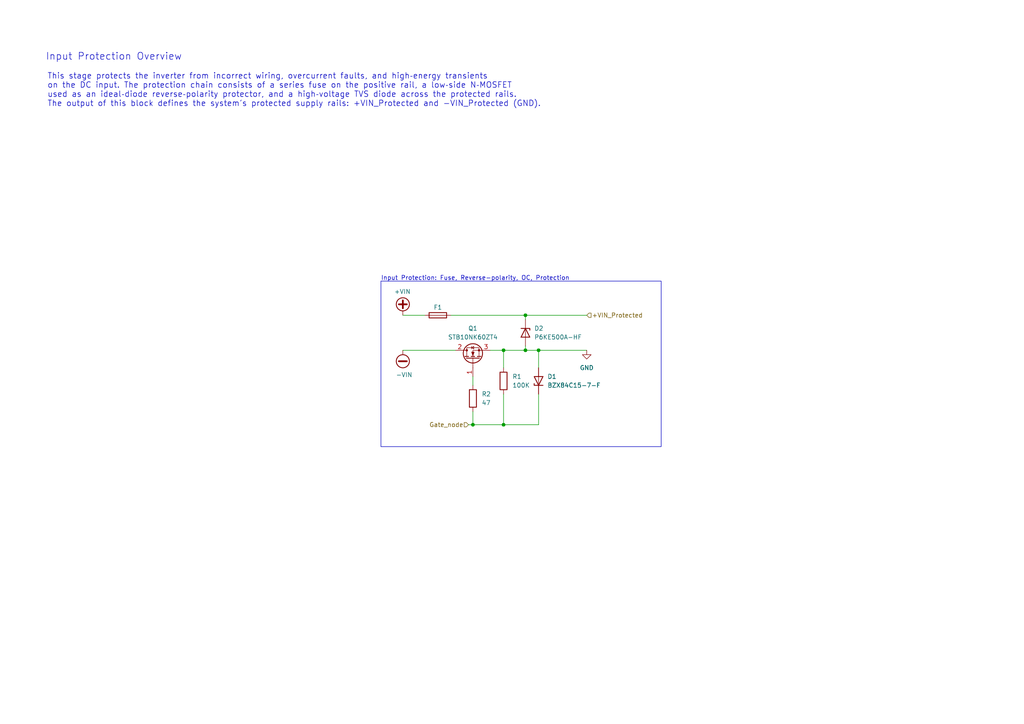
<source format=kicad_sch>
(kicad_sch (version 20250114) (generator "eeschema") (generator_version "9.0")
  (paper "A4")
  (lib_symbols
    (symbol "Device:R" (pin_numbers (hide yes)) (pin_names (offset 0))
      (property "Reference" "R" (at 2.032 0 90))
      (property "Value" "R" (at 0 0 90))
      (symbol "R_0_1"
        (rectangle (start -1.016 -2.54) (end 1.016 2.54) (stroke (width 0.254)))
      )
      (symbol "R_1_1"
        (pin passive line (at 0 3.81 270) (length 1.27) (name "~") (number "1"))
        (pin passive line (at 0 -3.81 90) (length 1.27) (name "~") (number "2"))
      )
    )
    (symbol "SiC_Inverter:0031.8322" (pin_numbers (hide yes)) (pin_names (offset 0))
      (property "Reference" "F" (at 2.032 0 90))
      (property "Value" "0031.8322" (at 5.08 -11.43 0))
      (symbol "0031.8322_0_1"
        (rectangle (start -0.762 -2.54) (end 0.762 2.54) (stroke (width 0.254)))
        (polyline (pts (xy 0 2.54) (xy 0 -2.54)))
      )
      (symbol "0031.8322_1_1"
        (pin passive line (at 0 3.81 270) (length 1.27) (name "~") (number "1"))
        (pin passive line (at 0 -3.81 90) (length 1.27) (name "~") (number "2"))
      )
    )
    (symbol "SiC_Inverter:BZX84C15-7-F" (pin_numbers (hide yes)) (pin_names (hide yes))
      (property "Reference" "D" (at 0 2.54 0))
      (property "Value" "BZX84C15-7-F" (at 0 -2.54 0))
      (symbol "BZX84C15-7-F_0_1"
        (polyline (pts (xy -1.27 -1.27) (xy -1.27 1.27) (xy -0.762 1.27)) (stroke (width 0.254)))
        (polyline (pts (xy 1.27 0) (xy -1.27 0)))
        (polyline (pts (xy 1.27 -1.27) (xy 1.27 1.27) (xy -1.27 0) (xy 1.27 -1.27)) (stroke (width 0.254)))
      )
      (symbol "BZX84C15-7-F_1_1"
        (pin passive line (at -3.81 0 0) (length 2.54) (name "K") (number "1"))
        (pin passive line (at 3.81 0 180) (length 2.54) (name "A") (number "2"))
      )
    )
    (symbol "SiC_Inverter:P6KE500A-HF" (pin_numbers (hide yes)) (pin_names (hide yes))
      (property "Reference" "D" (at 0 2.54 0))
      (property "Value" "P6KE500A-HF" (at 0 -2.54 0))
      (symbol "P6KE500A-HF_0_1"
        (polyline (pts (xy -1.27 -1.27) (xy -1.27 1.27) (xy -0.762 1.27)) (stroke (width 0.254)))
        (polyline (pts (xy 1.27 0) (xy -1.27 0)))
        (polyline (pts (xy 1.27 -1.27) (xy 1.27 1.27) (xy -1.27 0) (xy 1.27 -1.27)) (stroke (width 0.254)))
      )
      (symbol "P6KE500A-HF_1_1"
        (pin passive line (at -3.81 0 0) (length 2.54) (name "K") (number "1"))
        (pin passive line (at 3.81 0 180) (length 2.54) (name "A") (number "2"))
      )
    )
    (symbol "SiC_Inverter:STB10NK60ZT4" (pin_names (offset 0) (hide yes))
      (property "Reference" "Q" (at 5.08 1.905 0))
      (property "Value" "STB10NK60ZT4" (at 5.08 0 0))
      (symbol "STB10NK60ZT4_0_1"
        (polyline (pts (xy 0.254 1.905) (xy 0.254 -1.905)) (stroke (width 0.254)))
        (polyline (pts (xy 0.254 0) (xy -2.54 0)))
        (polyline (pts (xy 0.762 2.286) (xy 0.762 1.27)) (stroke (width 0.254)))
        (polyline (pts (xy 0.762 0.508) (xy 0.762 -0.508)) (stroke (width 0.254)))
        (polyline (pts (xy 0.762 -1.27) (xy 0.762 -2.286)) (stroke (width 0.254)))
        (polyline (pts (xy 0.762 -1.778) (xy 3.302 -1.778) (xy 3.302 1.778) (xy 0.762 1.778)))
        (polyline (pts (xy 1.016 0) (xy 2.032 0.381) (xy 2.032 -0.381) (xy 1.016 0)) (fill (type outline)))
        (circle (center 1.651 0) (radius 2.794) (stroke (width 0.254)))
        (polyline (pts (xy 2.54 2.54) (xy 2.54 1.778)))
        (circle (center 2.54 1.778) (radius 0.254) (fill (type outline)))
        (circle (center 2.54 -1.778) (radius 0.254) (fill (type outline)))
        (polyline (pts (xy 2.54 -2.54) (xy 2.54 0) (xy 0.762 0)))
        (polyline (pts (xy 2.921 0.381) (xy 3.683 0.381)))
        (polyline (pts (xy 3.302 0.381) (xy 2.921 -0.254) (xy 3.683 -0.254) (xy 3.302 0.381)))
      )
      (symbol "STB10NK60ZT4_1_1"
        (pin input line (at -5.08 0 0) (length 2.54) (name "G") (number "1"))
        (pin passive line (at 2.54 5.08 270) (length 2.54) (name "2") (number "2"))
        (pin passive line (at 2.54 -5.08 90) (length 2.54) (name "3") (number "3"))
      )
    )
    (symbol "power:+VDC" (power) (pin_numbers (hide yes)) (pin_names (offset 0) (hide yes))
      (property "Value" "+VDC" (at 0 6.35 0))
      (symbol "+VDC_0_1"
        (polyline (pts (xy -1.143 3.175) (xy 1.143 3.175)) (stroke (width 0.508)))
        (circle (center 0 3.175) (radius 1.905) (stroke (width 0.254)))
        (polyline (pts (xy 0 2.032) (xy 0 4.318)) (stroke (width 0.508)))
        (polyline (pts (xy 0 0) (xy 0 1.27)))
      )
      (symbol "+VDC_1_1"
        (pin power_in line (at 0 0 90) (length 0) (name "~") (number "1"))
      )
    )
    (symbol "power:-VDC" (power) (pin_numbers (hide yes)) (pin_names (offset 0) (hide yes))
      (property "Value" "-VDC" (at 0 6.35 0))
      (symbol "-VDC_0_1"
        (polyline (pts (xy -1.143 3.175) (xy 1.143 3.175)) (stroke (width 0.508)))
        (circle (center 0 3.175) (radius 1.905) (stroke (width 0.254)))
        (polyline (pts (xy 0 0) (xy 0 1.27)))
      )
      (symbol "-VDC_1_1"
        (pin power_in line (at 0 0 90) (length 0) (name "~") (number "1"))
      )
    )
    (symbol "power:GND" (power) (pin_numbers (hide yes)) (pin_names (offset 0) (hide yes))
      (property "Value" "GND" (at 0 -3.81 0))
      (symbol "GND_0_1"
        (polyline (pts (xy 0 0) (xy 0 -1.27) (xy 1.27 -1.27) (xy 0 -2.54) (xy -1.27 -1.27) (xy 0 -1.27)))
      )
      (symbol "GND_1_1"
        (pin power_in line (at 0 0 270) (length 0) (name "~") (number "1"))
      )
    )
  )
  (rectangle (start 110.49 81.534) (end 191.77 129.54))
  (text "This stage protects the inverter from incorrect wiring, overcurrent faults, and high‑energy transients\non the DC input. The protection chain consists of a series fuse on the positive rail, a low‑side N‑MOSFET \nused as an ideal‑diode reverse‑polarity protector, and a high‑voltage TVS diode across the protected rails.\nThe output of this block defines the system's protected supply rails: +VIN_Protected and −VIN_Protected (GND).\n" (at 13.716 26.162 0) (effects (font (size 1.651 1.651)) (justify left)))
  (text "Input Protection: Fuse, Reverse-polarity, OC, Protection\n" (at 110.49 80.772 0) (effects (font (size 1.27 1.27)) (justify left)))
  (text "Input Protection Overview" (at 33.02 16.51 0) (effects (font (size 2.032 2.032))))
  (junction (at 137.16 123.19))
  (junction (at 156.21 101.6))
  (junction (at 152.4 91.44))
  (junction (at 146.05 123.19))
  (junction (at 152.4 101.6))
  (junction (at 146.05 101.6))
  (wire (pts (xy 152.4 101.6) (xy 156.21 101.6)))
  (wire (pts (xy 137.16 123.19) (xy 146.05 123.19)))
  (wire (pts (xy 146.05 123.19) (xy 146.05 114.3)))
  (wire (pts (xy 152.4 91.44) (xy 170.18 91.44)))
  (wire (pts (xy 137.16 123.19) (xy 137.16 119.38)))
  (wire (pts (xy 142.24 101.6) (xy 146.05 101.6)))
  (wire (pts (xy 135.89 123.19) (xy 137.16 123.19)))
  (wire (pts (xy 152.4 100.33) (xy 152.4 101.6)))
  (wire (pts (xy 146.05 101.6) (xy 152.4 101.6)))
  (wire (pts (xy 116.84 91.44) (xy 123.19 91.44)))
  (wire (pts (xy 156.21 123.19) (xy 146.05 123.19)))
  (wire (pts (xy 146.05 101.6) (xy 146.05 106.68)))
  (wire (pts (xy 152.4 91.44) (xy 152.4 92.71)))
  (wire (pts (xy 130.81 91.44) (xy 152.4 91.44)))
  (wire (pts (xy 156.21 101.6) (xy 156.21 106.68)))
  (wire (pts (xy 137.16 109.22) (xy 137.16 111.76)))
  (wire (pts (xy 156.21 114.3) (xy 156.21 123.19)))
  (wire (pts (xy 116.84 101.6) (xy 132.08 101.6)))
  (wire (pts (xy 156.21 101.6) (xy 170.18 101.6)))
  (hierarchical_label "+VIN_Protected" (shape input) (at 170.18 91.44 0))
  (hierarchical_label "Gate_node" (shape input) (at 135.89 123.19 180))
  (symbol (lib_id "SiC_Inverter:BZX84C15-7-F") (at 156.21 110.49 90) (unit 1)
    (property "Reference" "D1" (at 158.75 109.2199 90) (effects (justify right)))
    (property "Value" "BZX84C15-7-F" (at 158.75 111.7599 90) (effects (justify right)))
    (property "Footprint" "Package_TO_SOT_SMD:SOT-23-3" (effects (hide yes)))
    (property "Datasheet" "https://www.diodes.com/assets/Datasheets/ds18001.pdf" (effects (hide yes)))
    (property "Description" "DIODE ZENER 15V 300MW SOT23-3" (effects (hide yes)))
  )
  (symbol (lib_id "power:+VDC") (at 116.84 91.44 0) (unit 1)
    (property "Reference" "#PWR02" (effects (hide yes)))
    (property "Value" "+VIN" (at 114.3 84.582 0) (effects (justify left)))
    (property "Description" "Power symbol creates a global label with name \"+VDC\"" (effects (hide yes)))
  )
  (symbol (lib_id "SiC_Inverter:P6KE500A-HF") (at 152.4 96.52 270) (unit 1)
    (property "Reference" "D2" (at 154.94 95.2499 90) (effects (justify left)))
    (property "Value" "P6KE500A-HF" (at 154.94 97.7899 90) (effects (justify left)))
    (property "Footprint" "Diode_THT:D_DO-15_P12.70mm_Horizontal" (effects (hide yes)))
    (property "Datasheet" "https://www.mouser.com/datasheet/3/819/1/P6KE-HF%20Series%20RevD.pdf" (effects (hide yes)))
    (property "Description" "ESD Protection Diodes / TVS Diodes TVS AXIAL 427.5V 600W" (effects (hide yes)))
  )
  (symbol (lib_id "SiC_Inverter:0031.8322") (at 127 91.44 90) (unit 1)
    (property "Reference" "F1" (at 127 89.154 90))
    (property "Value" "0031.8322" (effects (hide yes)))
    (property "Footprint" "SiC_Inverter:0031.8322" (effects (hide yes)))
    (property "Datasheet" "https://www.mouser.com/ProductDetail/Schurter/0031.8322?qs=j1qng3XoT%2FltSuHfjUOGow%3D%3D" (effects (hide yes)))
    (property "Description" "Fuse Holder OGN-SMD HOLDER FUSE FST 3.15A CVER" (effects (hide yes)))
  )
  (symbol (lib_id "SiC_Inverter:STB10NK60ZT4") (at 137.16 104.14 90) (unit 1)
    (property "Reference" "Q1" (at 137.16 95.25 90))
    (property "Value" "STB10NK60ZT4" (at 137.16 97.79 90))
    (property "Footprint" "Package_TO_SOT_SMD:TO-263-2" (effects (hide yes)))
    (property "Datasheet" "https://www.st.com/content/ccc/resource/technical/document/datasheet/37/0f/65/78/7a/b2/4d/77/CD00002815.pdf/files/CD00002815.pdf/jcr:content/translations/en.CD00002815.pdf" (effects (hide yes)))
    (property "Description" "N-Channel 600 V 10A (Tc) 115W (Tc) Surface Mount D2PAK" (effects (hide yes)))
  )
  (symbol (lib_id "Device:R") (at 146.05 110.49 0) (unit 1)
    (property "Reference" "R1" (at 148.59 109.2199 0) (effects (justify left)))
    (property "Value" "100K" (at 148.59 111.7599 0) (effects (justify left)))
    (property "Footprint" "Resistor_SMD:R_1206_3216Metric" (effects (hide yes)))
    (property "Description" "Resistor" (effects (hide yes)))
  )
  (symbol (lib_id "power:-VDC") (at 116.84 101.6 180) (unit 1)
    (property "Reference" "#PWR06" (effects (hide yes)))
    (property "Value" "-VIN" (at 114.808 108.712 0) (effects (justify right)))
    (property "Description" "Power symbol creates a global label with name \"-VDC\"" (effects (hide yes)))
  )
  (symbol (lib_id "power:GND") (at 170.18 101.6 0) (unit 1)
    (property "Reference" "#PWR03" (effects (hide yes)))
    (property "Value" "GND" (at 170.18 106.68 0))
    (property "Description" "Power symbol creates a global label with name \"GND\" , ground" (effects (hide yes)))
  )
  (symbol (lib_id "Device:R") (at 137.16 115.57 0) (unit 1)
    (property "Reference" "R2" (at 139.7 114.2999 0) (effects (justify left)))
    (property "Value" "47" (at 139.7 116.8399 0) (effects (justify left)))
    (property "Footprint" "Resistor_SMD:R_1206_3216Metric" (effects (hide yes)))
    (property "Description" "Resistor" (effects (hide yes)))
  )
)
</source>
